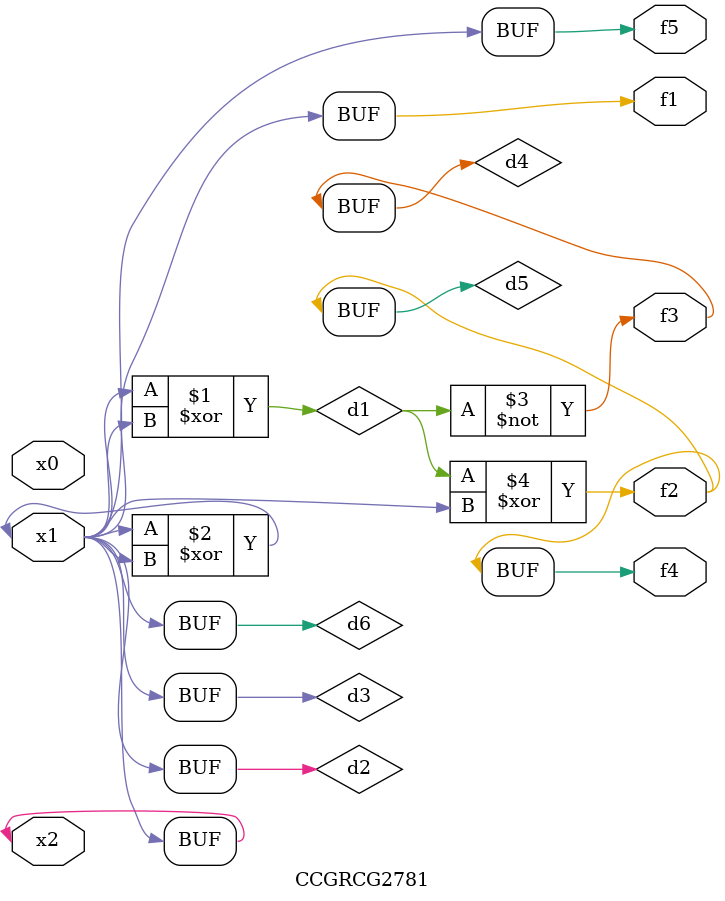
<source format=v>
module CCGRCG2781(
	input x0, x1, x2,
	output f1, f2, f3, f4, f5
);

	wire d1, d2, d3, d4, d5, d6;

	xor (d1, x1, x2);
	buf (d2, x1, x2);
	xor (d3, x1, x2);
	nor (d4, d1);
	xor (d5, d1, d2);
	buf (d6, d2, d3);
	assign f1 = d6;
	assign f2 = d5;
	assign f3 = d4;
	assign f4 = d5;
	assign f5 = d6;
endmodule

</source>
